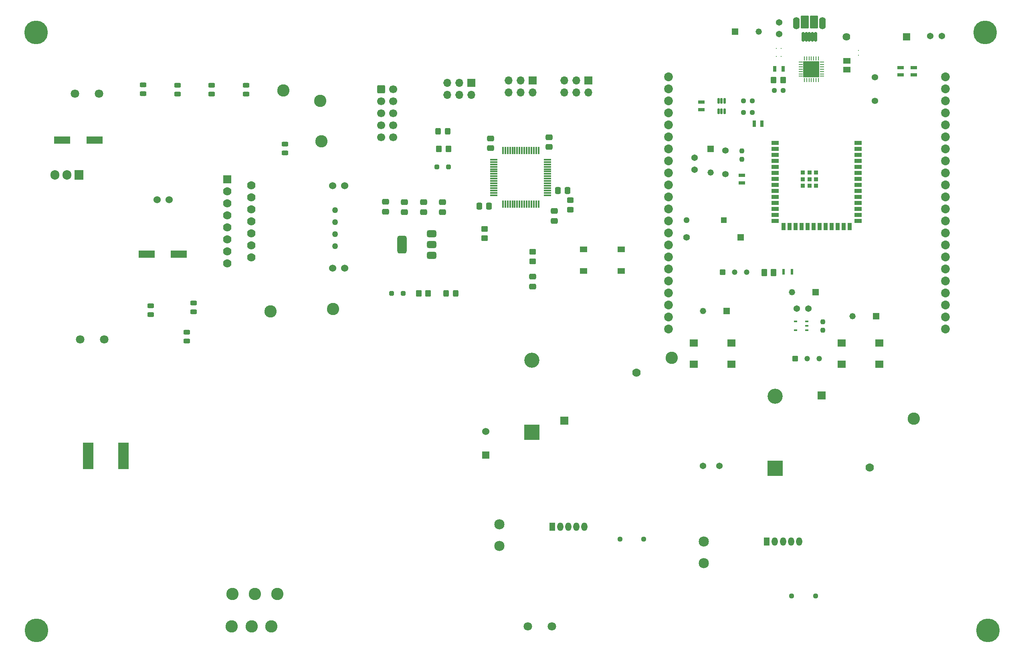
<source format=gbr>
%TF.GenerationSoftware,KiCad,Pcbnew,8.0.4*%
%TF.CreationDate,2024-10-24T16:41:09-04:00*%
%TF.ProjectId,merged,6d657267-6564-42e6-9b69-6361645f7063,rev?*%
%TF.SameCoordinates,Original*%
%TF.FileFunction,Soldermask,Top*%
%TF.FilePolarity,Negative*%
%FSLAX46Y46*%
G04 Gerber Fmt 4.6, Leading zero omitted, Abs format (unit mm)*
G04 Created by KiCad (PCBNEW 8.0.4) date 2024-10-24 16:41:09*
%MOMM*%
%LPD*%
G01*
G04 APERTURE LIST*
G04 Aperture macros list*
%AMRoundRect*
0 Rectangle with rounded corners*
0 $1 Rounding radius*
0 $2 $3 $4 $5 $6 $7 $8 $9 X,Y pos of 4 corners*
0 Add a 4 corners polygon primitive as box body*
4,1,4,$2,$3,$4,$5,$6,$7,$8,$9,$2,$3,0*
0 Add four circle primitives for the rounded corners*
1,1,$1+$1,$2,$3*
1,1,$1+$1,$4,$5*
1,1,$1+$1,$6,$7*
1,1,$1+$1,$8,$9*
0 Add four rect primitives between the rounded corners*
20,1,$1+$1,$2,$3,$4,$5,0*
20,1,$1+$1,$4,$5,$6,$7,0*
20,1,$1+$1,$6,$7,$8,$9,0*
20,1,$1+$1,$8,$9,$2,$3,0*%
G04 Aperture macros list end*
%ADD10R,3.352800X3.352800*%
%ADD11R,0.863600X0.254000*%
%ADD12R,0.254000X0.863600*%
%ADD13C,2.604000*%
%ADD14RoundRect,0.102000X-0.690000X0.505000X-0.690000X-0.505000X0.690000X-0.505000X0.690000X0.505000X0*%
%ADD15R,0.711200X1.295400*%
%ADD16RoundRect,0.237500X-0.250000X-0.237500X0.250000X-0.237500X0.250000X0.237500X-0.250000X0.237500X0*%
%ADD17RoundRect,0.250000X-0.350000X-0.450000X0.350000X-0.450000X0.350000X0.450000X-0.350000X0.450000X0*%
%ADD18C,1.371600*%
%ADD19C,1.354000*%
%ADD20RoundRect,0.250000X-0.450000X0.350000X-0.450000X-0.350000X0.450000X-0.350000X0.450000X0.350000X0*%
%ADD21RoundRect,0.243750X0.456250X-0.243750X0.456250X0.243750X-0.456250X0.243750X-0.456250X-0.243750X0*%
%ADD22R,1.320800X1.320800*%
%ADD23C,1.320800*%
%ADD24R,1.346200X0.787400*%
%ADD25R,1.550000X1.300000*%
%ADD26RoundRect,0.250000X0.475000X-0.337500X0.475000X0.337500X-0.475000X0.337500X-0.475000X-0.337500X0*%
%ADD27R,0.723900X0.381000*%
%ADD28RoundRect,0.243750X-0.456250X0.243750X-0.456250X-0.243750X0.456250X-0.243750X0.456250X0.243750X0*%
%ADD29RoundRect,0.237500X0.237500X-0.250000X0.237500X0.250000X-0.237500X0.250000X-0.237500X-0.250000X0*%
%ADD30R,1.397000X1.397000*%
%ADD31C,1.397000*%
%ADD32RoundRect,0.102000X0.150000X0.500000X-0.150000X0.500000X-0.150000X-0.500000X0.150000X-0.500000X0*%
%ADD33C,1.524000*%
%ADD34RoundRect,0.250000X-0.450000X0.325000X-0.450000X-0.325000X0.450000X-0.325000X0.450000X0.325000X0*%
%ADD35R,1.700000X1.700000*%
%ADD36O,1.700000X1.700000*%
%ADD37RoundRect,0.237500X0.250000X0.237500X-0.250000X0.237500X-0.250000X-0.237500X0.250000X-0.237500X0*%
%ADD38R,0.254000X0.203200*%
%ADD39RoundRect,0.102000X0.775000X0.650000X-0.775000X0.650000X-0.775000X-0.650000X0.775000X-0.650000X0*%
%ADD40R,0.203200X0.254000*%
%ADD41RoundRect,0.375000X0.625000X0.375000X-0.625000X0.375000X-0.625000X-0.375000X0.625000X-0.375000X0*%
%ADD42RoundRect,0.500000X0.500000X1.400000X-0.500000X1.400000X-0.500000X-1.400000X0.500000X-1.400000X0*%
%ADD43RoundRect,0.250000X0.350000X0.450000X-0.350000X0.450000X-0.350000X-0.450000X0.350000X-0.450000X0*%
%ADD44R,1.778000X1.778000*%
%ADD45C,1.778000*%
%ADD46RoundRect,0.250000X0.337500X0.475000X-0.337500X0.475000X-0.337500X-0.475000X0.337500X-0.475000X0*%
%ADD47C,0.800000*%
%ADD48C,5.000000*%
%ADD49RoundRect,0.250000X0.325000X0.450000X-0.325000X0.450000X-0.325000X-0.450000X0.325000X-0.450000X0*%
%ADD50RoundRect,0.250000X-0.600000X-0.600000X0.600000X-0.600000X0.600000X0.600000X-0.600000X0.600000X0*%
%ADD51C,1.700000*%
%ADD52RoundRect,0.102000X0.200000X0.875000X-0.200000X0.875000X-0.200000X-0.875000X0.200000X-0.875000X0*%
%ADD53O,1.404000X2.604000*%
%ADD54RoundRect,0.102000X0.712500X1.250000X-0.712500X1.250000X-0.712500X-1.250000X0.712500X-1.250000X0*%
%ADD55RoundRect,0.102000X-0.492500X-0.492500X0.492500X-0.492500X0.492500X0.492500X-0.492500X0.492500X0*%
%ADD56C,1.189000*%
%ADD57C,1.803400*%
%ADD58R,3.403600X1.498600*%
%ADD59C,2.159000*%
%ADD60R,3.200000X3.200000*%
%ADD61O,3.200000X3.200000*%
%ADD62RoundRect,0.102000X0.460000X0.690000X-0.460000X0.690000X-0.460000X-0.690000X0.460000X-0.690000X0*%
%ADD63R,1.275000X1.800000*%
%ADD64O,1.275000X1.800000*%
%ADD65RoundRect,0.250000X0.250000X0.250000X-0.250000X0.250000X-0.250000X-0.250000X0.250000X-0.250000X0*%
%ADD66R,1.625600X1.625600*%
%ADD67C,1.625600*%
%ADD68C,1.270000*%
%ADD69C,1.854000*%
%ADD70R,1.524000X1.524000*%
%ADD71R,1.905000X2.000000*%
%ADD72O,1.905000X2.000000*%
%ADD73C,1.117600*%
%ADD74RoundRect,0.250000X-0.325000X-0.450000X0.325000X-0.450000X0.325000X0.450000X-0.325000X0.450000X0*%
%ADD75RoundRect,0.250000X-0.337500X-0.475000X0.337500X-0.475000X0.337500X0.475000X-0.337500X0.475000X0*%
%ADD76RoundRect,0.075000X0.075000X-0.700000X0.075000X0.700000X-0.075000X0.700000X-0.075000X-0.700000X0*%
%ADD77RoundRect,0.075000X0.700000X-0.075000X0.700000X0.075000X-0.700000X0.075000X-0.700000X-0.075000X0*%
%ADD78RoundRect,0.250000X-0.475000X0.337500X-0.475000X-0.337500X0.475000X-0.337500X0.475000X0.337500X0*%
%ADD79R,0.508000X1.193800*%
%ADD80R,0.787400X1.346200*%
%ADD81R,1.498600X0.812800*%
%ADD82R,0.812800X1.498600*%
%ADD83R,0.889000X0.889000*%
%ADD84R,2.311400X5.613400*%
%ADD85R,1.295400X1.295400*%
%ADD86C,1.295400*%
G04 APERTURE END LIST*
D10*
%TO.C,U6*%
X501400000Y-160100000D03*
D11*
X503673300Y-158600000D03*
X503673300Y-159099999D03*
X503673300Y-159600001D03*
X503673300Y-160100000D03*
X503673300Y-160599999D03*
X503673300Y-161100001D03*
X503673300Y-161600000D03*
D12*
X502900000Y-162373300D03*
X502400001Y-162373300D03*
X501899999Y-162373300D03*
X501400000Y-162373300D03*
X500900001Y-162373300D03*
X500399999Y-162373300D03*
X499900000Y-162373300D03*
D11*
X499126700Y-161600000D03*
X499126700Y-161100001D03*
X499126700Y-160599999D03*
X499126700Y-160100000D03*
X499126700Y-159600001D03*
X499126700Y-159099999D03*
X499126700Y-158600000D03*
D12*
X499900000Y-157826700D03*
X500399999Y-157826700D03*
X500900001Y-157826700D03*
X501400000Y-157826700D03*
X501899999Y-157826700D03*
X502400001Y-157826700D03*
X502900000Y-157826700D03*
%TD*%
D13*
%TO.C,TP8*%
X388600000Y-271100000D03*
%TD*%
%TO.C,TP4*%
X383870000Y-271100000D03*
%TD*%
%TO.C,TP3*%
X379140000Y-271100000D03*
%TD*%
D14*
%TO.C,R20*%
X508900000Y-160200000D03*
X508900000Y-158300000D03*
%TD*%
D15*
%TO.C,R19*%
X493700000Y-160000000D03*
X495401800Y-160000000D03*
%TD*%
D16*
%TO.C,R18*%
X493600000Y-164600000D03*
X495425000Y-164600000D03*
%TD*%
D17*
%TO.C,R17*%
X493400000Y-162400000D03*
X495400000Y-162400000D03*
%TD*%
D18*
%TO.C,C27*%
X494600000Y-152700000D03*
X494600000Y-150200000D03*
%TD*%
D19*
%TO.C,C7*%
X514800000Y-166800000D03*
X514800000Y-161800000D03*
%TD*%
D13*
%TO.C,TP7*%
X389857883Y-164568183D03*
%TD*%
D20*
%TO.C,R15*%
X432400000Y-193875000D03*
X432400000Y-195875000D03*
%TD*%
D21*
%TO.C,D10*%
X381964000Y-165343600D03*
X381964000Y-163468600D03*
%TD*%
D20*
%TO.C,R16*%
X442500000Y-198750000D03*
X442500000Y-200750000D03*
%TD*%
D22*
%TO.C,C2*%
X480082000Y-176992200D03*
D23*
X480082000Y-181992190D03*
%TD*%
D24*
%TO.C,R9*%
X478177000Y-168635600D03*
X478177000Y-167060800D03*
%TD*%
D25*
%TO.C,SW3*%
X453270000Y-198250000D03*
X461230000Y-198250000D03*
X453270000Y-202750000D03*
X461230000Y-202750000D03*
%TD*%
D26*
%TO.C,C20*%
X415463333Y-190325000D03*
X415463333Y-188250000D03*
%TD*%
D21*
%TO.C,D5*%
X374696800Y-165366700D03*
X374696800Y-163491700D03*
%TD*%
D27*
%TO.C,U5*%
X500471000Y-215343200D03*
X500471000Y-214393199D03*
X500471000Y-213443198D03*
X498096100Y-213443198D03*
X498096100Y-215343200D03*
%TD*%
D28*
%TO.C,D8*%
X370926800Y-209568800D03*
X370926800Y-211443800D03*
%TD*%
D29*
%TO.C,R2*%
X486686000Y-179193200D03*
X486686000Y-177368200D03*
%TD*%
D26*
%TO.C,C24*%
X446000000Y-176575000D03*
X446000000Y-174500000D03*
%TD*%
D18*
%TO.C,C4*%
X528986000Y-153093200D03*
X526486000Y-153093200D03*
%TD*%
D30*
%TO.C,R11*%
X486432000Y-195661200D03*
D31*
X475002000Y-195661200D03*
%TD*%
D17*
%TO.C,R14*%
X418450000Y-207500000D03*
X420450000Y-207500000D03*
%TD*%
D18*
%TO.C,C15*%
X478499999Y-244000000D03*
X482000000Y-244000000D03*
%TD*%
D32*
%TO.C,U7*%
X483086000Y-166823200D03*
X482426000Y-166823200D03*
X481766000Y-166823200D03*
X481766000Y-169003200D03*
X482426000Y-169003200D03*
X483086000Y-169003200D03*
%TD*%
D24*
%TO.C,R6*%
X520243400Y-159763200D03*
X520243400Y-161338000D03*
%TD*%
%TO.C,R1*%
X486686000Y-184168000D03*
X486686000Y-182593200D03*
%TD*%
D33*
%TO.C,J9*%
X365705200Y-187746400D03*
X363165200Y-187746400D03*
%TD*%
D26*
%TO.C,C17*%
X419456666Y-190325000D03*
X419456666Y-188250000D03*
%TD*%
D34*
%TO.C,FB1*%
X450500000Y-187800000D03*
X450500000Y-189850000D03*
%TD*%
D35*
%TO.C,J16*%
X454275000Y-162475000D03*
D36*
X454275000Y-165015000D03*
X451735000Y-162475000D03*
X451735000Y-165015000D03*
X449195000Y-162475000D03*
X449195000Y-165015000D03*
%TD*%
D37*
%TO.C,R7*%
X488911000Y-166793200D03*
X487086000Y-166793200D03*
%TD*%
D38*
%TO.C,U4*%
X495000000Y-155700000D03*
X494009400Y-155700000D03*
%TD*%
D39*
%TO.C,S4*%
X484486000Y-222543200D03*
X476536000Y-222543200D03*
X484486000Y-218043200D03*
X476536000Y-218043200D03*
%TD*%
D26*
%TO.C,C19*%
X411470000Y-190250000D03*
X411470000Y-188175000D03*
%TD*%
D40*
%TO.C,U2*%
X511346000Y-156162600D03*
X511346000Y-157153200D03*
%TD*%
D41*
%TO.C,U11*%
X421200000Y-199500000D03*
X421200000Y-197200000D03*
D42*
X414900000Y-197200000D03*
D41*
X421200000Y-194900000D03*
%TD*%
D43*
%TO.C,R13*%
X424750000Y-177000000D03*
X422750000Y-177000000D03*
%TD*%
D44*
%TO.C,CR1*%
X378027883Y-183439250D03*
D45*
X383107883Y-184709250D03*
X378027883Y-185979250D03*
X383107883Y-187249250D03*
X378027883Y-188519250D03*
X383107883Y-189789250D03*
X378027883Y-191059250D03*
X383107883Y-192329250D03*
X378027883Y-193599250D03*
X383107883Y-194869250D03*
X378027883Y-196139250D03*
X383107883Y-197409250D03*
X378027883Y-198679250D03*
X383107883Y-199949250D03*
X378027883Y-201219250D03*
%TD*%
D18*
%TO.C,C1*%
X476736000Y-178843200D03*
X476736000Y-181343200D03*
%TD*%
D28*
%TO.C,D9*%
X369453600Y-215766400D03*
X369453600Y-217641400D03*
%TD*%
D13*
%TO.C,TP2*%
X471886000Y-221193200D03*
%TD*%
D46*
%TO.C,C22*%
X433325000Y-189100000D03*
X431250000Y-189100000D03*
%TD*%
D13*
%TO.C,TP1*%
X397900000Y-175400000D03*
%TD*%
D47*
%TO.C,H3*%
X536250000Y-152350000D03*
X536799175Y-151024175D03*
X536799175Y-153675825D03*
X538125000Y-150475000D03*
D48*
X538125000Y-152350000D03*
D47*
X538125000Y-154225000D03*
X539450825Y-151024175D03*
X539450825Y-153675825D03*
X540000000Y-152350000D03*
%TD*%
D16*
%TO.C,R8*%
X487086000Y-169303200D03*
X488911000Y-169303200D03*
%TD*%
D49*
%TO.C,D16*%
X426250000Y-207500000D03*
X424200000Y-207500000D03*
%TD*%
D22*
%TO.C,C9*%
X515085990Y-212393200D03*
D23*
X510086000Y-212393200D03*
%TD*%
D13*
%TO.C,TP10*%
X397607883Y-166818183D03*
%TD*%
D47*
%TO.C,H2*%
X335850000Y-278850000D03*
X336399175Y-277524175D03*
X336399175Y-280175825D03*
X337725000Y-276975000D03*
D48*
X337725000Y-278850000D03*
D47*
X337725000Y-280725000D03*
X339050825Y-277524175D03*
X339050825Y-280175825D03*
X339600000Y-278850000D03*
%TD*%
D50*
%TO.C,J17*%
X410500000Y-164380000D03*
D51*
X413040000Y-164380000D03*
X410500000Y-166920000D03*
X413040000Y-166920000D03*
X410500000Y-169460000D03*
X413040000Y-169460000D03*
X410500000Y-172000000D03*
X413040000Y-172000000D03*
X410500000Y-174540000D03*
X413040000Y-174540000D03*
%TD*%
D52*
%TO.C,J1*%
X502267750Y-153225000D03*
X501617750Y-153225000D03*
X500967750Y-153225000D03*
X500317750Y-153225000D03*
X499667750Y-153225000D03*
D53*
X503692750Y-150400000D03*
X498242750Y-150400000D03*
D54*
X501930250Y-150150000D03*
X500005250Y-150150000D03*
%TD*%
D21*
%TO.C,D3*%
X390230800Y-177814200D03*
X390230800Y-175939200D03*
%TD*%
D55*
%TO.C,J2*%
X482661000Y-203043200D03*
D56*
X485201000Y-203043200D03*
X487741000Y-203043200D03*
%TD*%
D47*
%TO.C,H4*%
X536825000Y-278850000D03*
X537374175Y-277524175D03*
X537374175Y-280175825D03*
X538700000Y-276975000D03*
D48*
X538700000Y-278850000D03*
D47*
X538700000Y-280725000D03*
X540025825Y-277524175D03*
X540025825Y-280175825D03*
X540575000Y-278850000D03*
%TD*%
D22*
%TO.C,C6*%
X502285990Y-207293200D03*
D23*
X497286000Y-207293200D03*
%TD*%
D55*
%TO.C,J3*%
X497968500Y-221318200D03*
D56*
X500508500Y-221318200D03*
X503048500Y-221318200D03*
%TD*%
D21*
%TO.C,D4*%
X360218800Y-165292800D03*
X360218800Y-163417800D03*
%TD*%
D13*
%TO.C,TP5*%
X523000000Y-234000000D03*
%TD*%
D44*
%TO.C,L2*%
X503525600Y-229130000D03*
D45*
X513685600Y-244370000D03*
%TD*%
D57*
%TO.C,J15*%
X441500000Y-278000000D03*
X446580000Y-278000000D03*
%TD*%
D26*
%TO.C,C18*%
X423450000Y-190325000D03*
X423450000Y-188250000D03*
%TD*%
D57*
%TO.C,J13*%
X350935100Y-165296501D03*
X345855100Y-165296501D03*
%TD*%
D26*
%TO.C,C23*%
X433650000Y-176800000D03*
X433650000Y-174725000D03*
%TD*%
D58*
%TO.C,C12*%
X349946400Y-175075600D03*
X343139200Y-175075600D03*
%TD*%
D59*
%TO.C,SW1*%
X435534000Y-260994801D03*
X435534000Y-256394800D03*
%TD*%
D60*
%TO.C,D11*%
X442392000Y-236887600D03*
D61*
X442392000Y-221647600D03*
%TD*%
D18*
%TO.C,C5*%
X500786000Y-210718200D03*
X498286000Y-210718200D03*
%TD*%
D62*
%TO.C,R4*%
X493371000Y-203168200D03*
X491461000Y-203168200D03*
%TD*%
D39*
%TO.C,S3*%
X515786000Y-222543200D03*
X507836000Y-222543200D03*
X515786000Y-218043200D03*
X507836000Y-218043200D03*
%TD*%
D63*
%TO.C,U10*%
X492000000Y-260000000D03*
D64*
X493700000Y-260000000D03*
X495400000Y-260000000D03*
X497100000Y-260000000D03*
X498800000Y-260000000D03*
%TD*%
D47*
%TO.C,H1*%
X335775000Y-152350000D03*
X336324175Y-151024175D03*
X336324175Y-153675825D03*
X337650000Y-150475000D03*
D48*
X337650000Y-152350000D03*
D47*
X337650000Y-154225000D03*
X338975825Y-151024175D03*
X338975825Y-153675825D03*
X339525000Y-152350000D03*
%TD*%
D59*
%TO.C,SW2*%
X478644999Y-264600001D03*
X478644999Y-260000000D03*
%TD*%
D33*
%TO.C,J10*%
X402840000Y-184800000D03*
X400300000Y-184800000D03*
%TD*%
D13*
%TO.C,TP9*%
X387107883Y-211318183D03*
%TD*%
D28*
%TO.C,D7*%
X361833600Y-210127600D03*
X361833600Y-212002600D03*
%TD*%
D60*
%TO.C,D12*%
X493750000Y-244500000D03*
D61*
X493750000Y-229260000D03*
%TD*%
D13*
%TO.C,TP3*%
X383150000Y-278000000D03*
%TD*%
D65*
%TO.C,D13*%
X424750000Y-180750000D03*
X422250000Y-180750000D03*
%TD*%
D66*
%TO.C,D1*%
X521536000Y-153243200D03*
D67*
X508836000Y-153243200D03*
%TD*%
D22*
%TO.C,C10*%
X483536000Y-211253200D03*
D23*
X478536010Y-211253200D03*
%TD*%
D68*
%TO.C,J12*%
X400757200Y-189930800D03*
X400757200Y-192470800D03*
X400757200Y-195010800D03*
X400757200Y-197550800D03*
%TD*%
D19*
%TO.C,C3*%
X483236000Y-177293200D03*
X483236000Y-182293200D03*
%TD*%
D57*
%TO.C,J14*%
X346947300Y-217257499D03*
X352027300Y-217257499D03*
%TD*%
D21*
%TO.C,D6*%
X367477334Y-165343600D03*
X367477334Y-163468600D03*
%TD*%
D29*
%TO.C,R3*%
X503821000Y-215343200D03*
X503821000Y-213518200D03*
%TD*%
D65*
%TO.C,D15*%
X415200000Y-207500000D03*
X412700000Y-207500000D03*
%TD*%
D35*
%TO.C,J5*%
X442525000Y-162475000D03*
D36*
X442525000Y-165015000D03*
X439985000Y-162475000D03*
X439985000Y-165015000D03*
X437445000Y-162475000D03*
X437445000Y-165015000D03*
%TD*%
D69*
%TO.C,J6*%
X471186000Y-215073200D03*
X471186000Y-212533200D03*
X471186000Y-209993200D03*
X471186000Y-207453200D03*
X471186000Y-204913200D03*
X471186000Y-202373200D03*
X471186000Y-199833200D03*
X471186000Y-197293200D03*
X471186000Y-194753200D03*
X471186000Y-192213200D03*
X471186000Y-189673200D03*
X471186000Y-187133200D03*
X471186000Y-184593200D03*
X471186000Y-182053200D03*
X471186000Y-179513200D03*
X471186000Y-176973200D03*
X471186000Y-174433200D03*
X471186000Y-171893200D03*
X471186000Y-169353200D03*
X471186000Y-166813200D03*
X471186000Y-164273200D03*
X471186000Y-161733200D03*
%TD*%
D24*
%TO.C,R5*%
X522996000Y-159763200D03*
X522996000Y-161338000D03*
%TD*%
D70*
%TO.C,C13*%
X432587600Y-241770750D03*
D33*
X432587600Y-236766950D03*
%TD*%
D35*
%TO.C,J4*%
X429540000Y-163000000D03*
D36*
X429540000Y-165540000D03*
X427000000Y-163000000D03*
X427000000Y-165540000D03*
X424460000Y-163000000D03*
X424460000Y-165540000D03*
%TD*%
D13*
%TO.C,TP8*%
X378950000Y-278000000D03*
%TD*%
D22*
%TO.C,C8*%
X485300000Y-152143200D03*
D23*
X490299990Y-152143200D03*
%TD*%
D63*
%TO.C,U9*%
X446659200Y-256852000D03*
D64*
X448359200Y-256852000D03*
X450059200Y-256852000D03*
X451759200Y-256852000D03*
X453459200Y-256852000D03*
%TD*%
D38*
%TO.C,U3*%
X494995300Y-157400000D03*
X494004700Y-157400000D03*
%TD*%
D33*
%TO.C,J11*%
X400300000Y-202237100D03*
X402840000Y-202237100D03*
%TD*%
D58*
%TO.C,C11*%
X367777200Y-199256400D03*
X360970000Y-199256400D03*
%TD*%
D71*
%TO.C,U8*%
X346655200Y-182463200D03*
D72*
X344115200Y-182463200D03*
X341575200Y-182463200D03*
%TD*%
D13*
%TO.C,TP4*%
X387350000Y-278000000D03*
%TD*%
D73*
%TO.C,C16*%
X497250000Y-271500000D03*
X502253800Y-271500000D03*
%TD*%
D74*
%TO.C,D14*%
X422500000Y-173250000D03*
X424550000Y-173250000D03*
%TD*%
D73*
%TO.C,C14*%
X460996200Y-259500000D03*
X466000000Y-259500000D03*
%TD*%
D75*
%TO.C,C21*%
X447825000Y-185750000D03*
X449900000Y-185750000D03*
%TD*%
D76*
%TO.C,U12*%
X436250000Y-188675000D03*
X436750000Y-188675000D03*
X437250000Y-188675000D03*
X437750000Y-188675000D03*
X438250000Y-188675000D03*
X438750000Y-188675000D03*
X439250000Y-188675000D03*
X439750000Y-188675000D03*
X440250000Y-188675000D03*
X440750000Y-188675000D03*
X441250000Y-188675000D03*
X441750000Y-188675000D03*
X442250000Y-188675000D03*
X442750000Y-188675000D03*
X443250000Y-188675000D03*
X443750000Y-188675000D03*
D77*
X445675000Y-186750000D03*
X445675000Y-186250000D03*
X445675000Y-185750000D03*
X445675000Y-185250000D03*
X445675000Y-184750000D03*
X445675000Y-184250000D03*
X445675000Y-183750000D03*
X445675000Y-183250000D03*
X445675000Y-182750000D03*
X445675000Y-182250000D03*
X445675000Y-181750000D03*
X445675000Y-181250000D03*
X445675000Y-180750000D03*
X445675000Y-180250000D03*
X445675000Y-179750000D03*
X445675000Y-179250000D03*
D76*
X443750000Y-177325000D03*
X443250000Y-177325000D03*
X442750000Y-177325000D03*
X442250000Y-177325000D03*
X441750000Y-177325000D03*
X441250000Y-177325000D03*
X440750000Y-177325000D03*
X440250000Y-177325000D03*
X439750000Y-177325000D03*
X439250000Y-177325000D03*
X438750000Y-177325000D03*
X438250000Y-177325000D03*
X437750000Y-177325000D03*
X437250000Y-177325000D03*
X436750000Y-177325000D03*
X436250000Y-177325000D03*
D77*
X434325000Y-179250000D03*
X434325000Y-179750000D03*
X434325000Y-180250000D03*
X434325000Y-180750000D03*
X434325000Y-181250000D03*
X434325000Y-181750000D03*
X434325000Y-182250000D03*
X434325000Y-182750000D03*
X434325000Y-183250000D03*
X434325000Y-183750000D03*
X434325000Y-184250000D03*
X434325000Y-184750000D03*
X434325000Y-185250000D03*
X434325000Y-185750000D03*
X434325000Y-186250000D03*
X434325000Y-186750000D03*
%TD*%
D13*
%TO.C,TP6*%
X400357883Y-210818183D03*
%TD*%
D44*
%TO.C,L1*%
X449250000Y-234429200D03*
D45*
X464490000Y-224269200D03*
%TD*%
D78*
%TO.C,C25*%
X447050000Y-190100000D03*
X447050000Y-192175000D03*
%TD*%
D79*
%TO.C,D2*%
X497339400Y-202968200D03*
X495536000Y-202968200D03*
%TD*%
D80*
%TO.C,R10*%
X489361000Y-171643200D03*
X490935800Y-171643200D03*
%TD*%
D81*
%TO.C,U1*%
X493736000Y-175673200D03*
X493736000Y-176943200D03*
X493736000Y-178213200D03*
X493736000Y-179483200D03*
X493736000Y-180753200D03*
X493736000Y-182023200D03*
X493736000Y-183293200D03*
X493736000Y-184563200D03*
X493736000Y-185833200D03*
X493736000Y-187103200D03*
X493736000Y-188373200D03*
X493736000Y-189643200D03*
X493736000Y-190913200D03*
X493736000Y-192183200D03*
D82*
X495501000Y-193433200D03*
X496771000Y-193433200D03*
X498041000Y-193433200D03*
X499311000Y-193433200D03*
X500581000Y-193433200D03*
X501851000Y-193433200D03*
X503121000Y-193433200D03*
X504391000Y-193433200D03*
X505661000Y-193433200D03*
X506931000Y-193433200D03*
X508201000Y-193433200D03*
X509471000Y-193433200D03*
D81*
X511236000Y-192183200D03*
X511236000Y-190913200D03*
X511236000Y-189643200D03*
X511236000Y-188373200D03*
X511236000Y-187103200D03*
X511236000Y-185833200D03*
X511236000Y-184563200D03*
X511236000Y-183293200D03*
X511236000Y-182023200D03*
X511236000Y-180753200D03*
X511236000Y-179483200D03*
X511236000Y-178213200D03*
X511236000Y-176943200D03*
X511236000Y-175673200D03*
D83*
X500986000Y-183393200D03*
X499586000Y-181993200D03*
X499586000Y-183393200D03*
X499586000Y-184793200D03*
X500986000Y-184793200D03*
X502386000Y-184793200D03*
X502386000Y-183393200D03*
X502386000Y-181993200D03*
X500986000Y-181993200D03*
%TD*%
D78*
%TO.C,C26*%
X442500000Y-204000000D03*
X442500000Y-206075000D03*
%TD*%
D84*
%TO.C,F1*%
X356066800Y-241900000D03*
X348650000Y-241900000D03*
%TD*%
D69*
%TO.C,J7*%
X529686000Y-215073200D03*
X529686000Y-212533200D03*
X529686000Y-209993200D03*
X529686000Y-207453200D03*
X529686000Y-204913200D03*
X529686000Y-202373200D03*
X529686000Y-199833200D03*
X529686000Y-197293200D03*
X529686000Y-194753200D03*
X529686000Y-192213200D03*
X529686000Y-189673200D03*
X529686000Y-187133200D03*
X529686000Y-184593200D03*
X529686000Y-182053200D03*
X529686000Y-179513200D03*
X529686000Y-176973200D03*
X529686000Y-174433200D03*
X529686000Y-171893200D03*
X529686000Y-169353200D03*
X529686000Y-166813200D03*
X529686000Y-164273200D03*
X529686000Y-161733200D03*
%TD*%
D85*
%TO.C,R12*%
X482876000Y-192000000D03*
D86*
X475002000Y-192000000D03*
%TD*%
M02*

</source>
